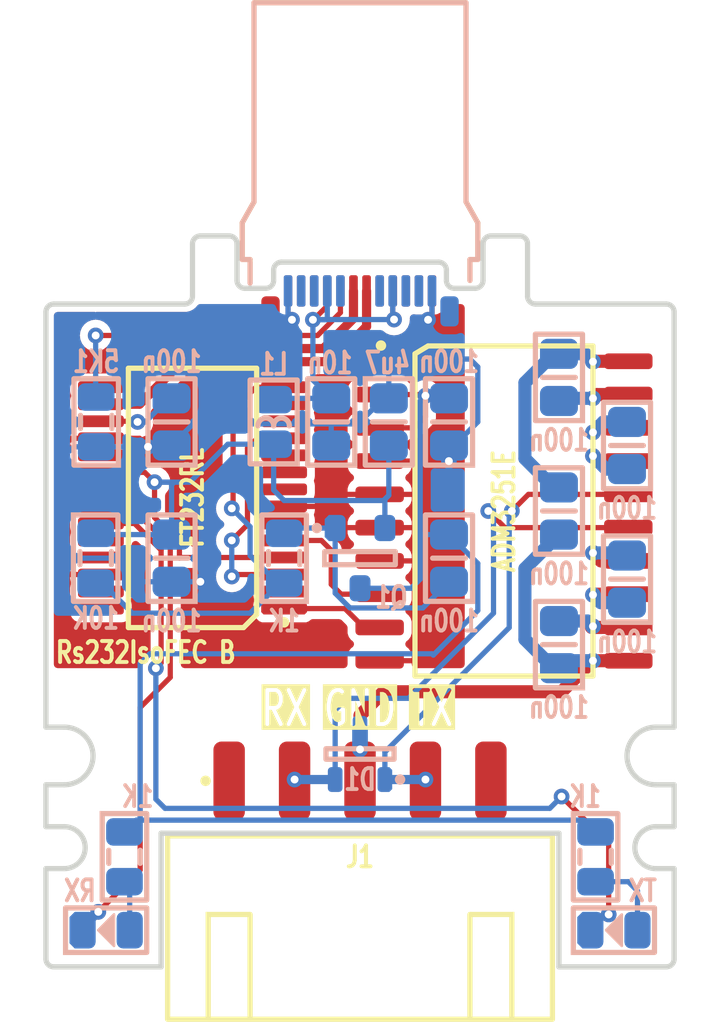
<source format=kicad_pcb>
(kicad_pcb (version 20221018) (generator pcbnew)
  (layers (0 "F.Cu" signal) (31 "B.Cu" jumper) (34 "B.Paste" user) (35 "F.Paste" user) (36 "B.SilkS" user "B.Silkscreen") (37 "F.SilkS" user "F.Silkscreen") (38 "B.Mask" user) (39 "F.Mask" user) (44 "Edge.Cuts" user))
  (net 0 "")
  (net 1 "A_CC")
  (net 2 "TXD")
  (net 3 "5V")
  (net 4 "RXD")
  (net 5 "USB_DP")
  (net 6 "USB_DM")
  (net 7 "GND")
  (net 8 "USB_Vin")
  (net 9 "3V3")
  (net 10 "LED_TXD")
  (net 11 "LED_TXD'")
  (net 12 "LED_RXD'")
  (net 13 "LED_RXD")
  (net 14 "ISO_GND")
  (net 15 "ISO_RXD")
  (net 16 "ISO_TXD")
  (net 17 "ISO_V+")
  (net 18 "ISO_Viso")
  (net 19 "ISO_C1-")
  (net 20 "ISO_C1+")
  (net 21 "ISO_C2+")
  (net 22 "ISO_C2-")
  (net 23 "ISO_V-")
  (net 24 "5V_SW")
  (net 25 "PWREN#'")
  (net 26 "PWREN#")
  (net 27 "RTS_CTS")
  (footprint "Medo64:P USB C 3.2 Edge (24w)" (layer "F.Cu") (at 32 22)
    (fp_text reference "P1" hide)
    (fp_text value "105444-0001" hide)
    (pad "A1" smd roundrect locked (at -2.75 0.1) (size 0.33 1.2) (layers "F.Cu" "F.Paste" "F.Mask") (chamfer_ratio 0.2) (chamfer top_left bottom_left) (net 7 "GND"))
    (pad "A2" smd roundrect locked (at -2.25 0.1) (size 0.33 1.2) (layers "F.Cu" "F.Paste" "F.Mask"))
    (pad "A3" smd roundrect locked (at -1.75 0.1) (size 0.33 1.2) (layers "F.Cu" "F.Paste" "F.Mask"))
    (pad "A4" smd roundrect locked (at -1.25 0.1) (size 0.33 1.2) (layers "F.Cu" "F.Paste" "F.Mask") (net 8 "USB_Vin"))
    (pad "A5" smd roundrect locked (at -0.75 0.1) (size 0.33 1.2) (layers "F.Cu" "F.Paste" "F.Mask") (net 1 "A_CC"))
    (pad "A6" smd roundrect locked (at -0.25 0.1) (size 0.33 1.2) (layers "F.Cu" "F.Paste" "F.Mask") (net 5 "USB_DP"))
    (pad "A7" smd roundrect locked (at 0.25 0.1) (size 0.33 1.2) (layers "F.Cu" "F.Paste" "F.Mask") (net 6 "USB_DM"))
    (pad "A8" smd roundrect locked (at 0.75 0.1) (size 0.33 1.2) (layers "F.Cu" "F.Paste" "F.Mask"))
    (pad "A9" smd roundrect locked (at 1.25 0.1) (size 0.33 1.2) (layers "F.Cu" "F.Paste" "F.Mask") (net 8 "USB_Vin"))
    (pad "A10" smd roundrect locked (at 1.75 0.1) (size 0.33 1.2) (layers "F.Cu" "F.Paste" "F.Mask"))
    (pad "A11" smd roundrect locked (at 2.25 0.1) (size 0.33 1.2) (layers "F.Cu" "F.Paste" "F.Mask"))
    (pad "A12" smd roundrect locked (at 2.75 0.1) (size 0.33 1.2) (layers "F.Cu" "F.Paste" "F.Mask") (net 7 "GND"))
    (pad "B01" smd roundrect locked (at 2.75 0.1) (size 0.33 1.2) (layers "B.Cu" "B.Paste" "B.Mask") (chamfer_ratio 0.2) (chamfer top_right bottom_right) (net 7 "GND"))
    (pad "B02" smd roundrect locked (at 2.25 0.1) (size 0.33 1.2) (layers "B.Cu" "B.Paste" "B.Mask"))
    (pad "B03" smd roundrect locked (at 1.75 0.1) (size 0.33 1.2) (layers "B.Cu" "B.Paste" "B.Mask"))
    (pad "B04" smd roundrect locked (at 1.25 0.1) (size 0.33 1.2) (layers "B.Cu" "B.Paste" "B.Mask") (net 8 "USB_Vin"))
    (pad "B05" smd roundrect locked (at 0.75 0.1) (size 0.33 1.2) (layers "B.Cu" "B.Paste" "B.Mask"))
    (pad "B08" smd roundrect locked (at -0.75 0.1) (size 0.33 1.2) (layers "B.Cu" "B.Paste" "B.Mask"))
    (pad "B09" smd roundrect locked (at -1.25 0.1) (size 0.33 1.2) (layers "B.Cu" "B.Paste" "B.Mask") (net 8 "USB_Vin"))
    (pad "B10" smd roundrect locked (at -1.75 0.1) (size 0.33 1.2) (layers "B.Cu" "B.Paste" "B.Mask"))
    (pad "B11" smd roundrect locked (at -2.25 0.1) (size 0.33 1.2) (layers "B.Cu" "B.Paste" "B.Mask"))
    (pad "B12" smd roundrect locked (at -2.75 0.1) (size 0.33 1.2) (layers "B.Cu" "B.Paste" "B.Mask") (net 7 "GND"))
    (pad "S" smd roundrect locked (at -3.42 0.88) (size 0.7 1.15) (layers "F.Cu" "F.Paste" "F.Mask"))
    (pad "S" smd roundrect locked (at 3.42 0.88) (size 0.7 1.15) (layers "B.Cu" "B.Paste" "B.Mask"))
  )
  (footprint "Medo64:J JST XH Edge [UART] (5w)" (layer "F.Cu") (at 32 40.8)
    (fp_text reference "J1" (at 0 2.9) (layer "F.SilkS") (effects (font (size 0.8 0.6) (thickness 0.15) bold)))
    (fp_text value "B5B-XH-A")
    (pad "1" smd roundrect (at -5 0) (size 1.2 3) (layers "F.Cu" "F.Paste" "F.Mask"))
    (pad "2" smd roundrect (at -2.5 0) (size 1.2 3) (layers "F.Cu" "F.Paste" "F.Mask") (net 15 "ISO_RXD"))
    (pad "3" smd roundrect (at 0 0) (size 1.2 3) (layers "F.Cu" "F.Paste" "F.Mask") (net 14 "ISO_GND"))
    (pad "4" smd roundrect (at 2.5 0) (size 1.2 3) (layers "F.Cu" "F.Paste" "F.Mask") (net 16 "ISO_TXD"))
    (pad "5" smd roundrect (at 5 0) (size 1.2 3) (layers "F.Cu" "F.Paste" "F.Mask"))
  )
  (footprint "Medo64:U Transciever UART FT232RL (SSOP-28)" (layer "F.Cu") (at 25.6 30 180)
    (fp_text reference "U1" hide)
    (fp_text value "FT232RL" (at 0 0 90) (layer "F.SilkS") (effects (font (size 0.8 0.6))))
    (pad "1" smd roundrect (at -3.5 -4.225 180) (size 1.75 0.45) (layers "F.Cu" "F.Paste" "F.Mask") (chamfer_ratio 0.2) (chamfer top_left top_right) (net 2 "TXD"))
    (pad "2" smd roundrect (at -3.5 -3.575 180) (size 1.75 0.45) (layers "F.Cu" "F.Paste" "F.Mask"))
    (pad "3" smd roundrect (at -3.5 -2.925 180) (size 1.75 0.45) (layers "F.Cu" "F.Paste" "F.Mask") (net 27 "RTS_CTS"))
    (pad "4" smd roundrect (at -3.5 -2.275 180) (size 1.75 0.45) (layers "F.Cu" "F.Paste" "F.Mask") (net 3 "5V"))
    (pad "5" smd roundrect (at -3.5 -1.625 180) (size 1.75 0.45) (layers "F.Cu" "F.Paste" "F.Mask") (net 4 "RXD"))
    (pad "6" smd roundrect (at -3.5 -0.975 180) (size 1.75 0.45) (layers "F.Cu" "F.Paste" "F.Mask"))
    (pad "7" smd roundrect (at -3.5 -0.325 180) (size 1.75 0.45) (layers "F.Cu" "F.Paste" "F.Mask") (net 7 "GND"))
    (pad "8" smd roundrect (at -3.5 0.325 180) (size 1.75 0.45) (layers "F.Cu" "F.Paste" "F.Mask"))
    (pad "9" smd roundrect (at -3.5 0.975 180) (size 1.75 0.45) (layers "F.Cu" "F.Paste" "F.Mask"))
    (pad "10" smd roundrect (at -3.5 1.625 180) (size 1.75 0.45) (layers "F.Cu" "F.Paste" "F.Mask"))
    (pad "11" smd roundrect (at -3.5 2.275 180) (size 1.75 0.45) (layers "F.Cu" "F.Paste" "F.Mask") (net 27 "RTS_CTS"))
    (pad "12" smd roundrect (at -3.5 2.925 180) (size 1.75 0.45) (layers "F.Cu" "F.Paste" "F.Mask"))
    (pad "13" smd roundrect (at -3.5 3.575 180) (size 1.75 0.45) (layers "F.Cu" "F.Paste" "F.Mask"))
    (pad "14" smd roundrect (at -3.5 4.225 180) (size 1.75 0.45) (layers "F.Cu" "F.Paste" "F.Mask") (net 26 "PWREN#"))
    (pad "15" smd roundrect (at 3.5 4.225 180) (size 1.75 0.45) (layers "F.Cu" "F.Paste" "F.Mask") (net 5 "USB_DP"))
    (pad "16" smd roundrect (at 3.5 3.575 180) (size 1.75 0.45) (layers "F.Cu" "F.Paste" "F.Mask") (net 6 "USB_DM"))
    (pad "17" smd roundrect (at 3.5 2.925 180) (size 1.75 0.45) (layers "F.Cu" "F.Paste" "F.Mask") (net 9 "3V3"))
    (pad "18" smd roundrect (at 3.5 2.275 180) (size 1.75 0.45) (layers "F.Cu" "F.Paste" "F.Mask") (net 7 "GND"))
    (pad "19" smd roundrect (at 3.5 1.625 180) (size 1.75 0.45) (layers "F.Cu" "F.Paste" "F.Mask"))
    (pad "20" smd roundrect (at 3.5 0.975 180) (size 1.75 0.45) (layers "F.Cu" "F.Paste" "F.Mask") (net 3 "5V"))
    (pad "21" smd roundrect (at 3.5 0.325 180) (size 1.75 0.45) (layers "F.Cu" "F.Paste" "F.Mask") (net 7 "GND"))
    (pad "22" smd roundrect (at 3.5 -0.325 180) (size 1.75 0.45) (layers "F.Cu" "F.Paste" "F.Mask") (net 13 "LED_RXD"))
    (pad "23" smd roundrect (at 3.5 -0.975 180) (size 1.75 0.45) (layers "F.Cu" "F.Paste" "F.Mask") (net 10 "LED_TXD"))
    (pad "24" smd roundrect (at 3.5 -1.625 180) (size 1.75 0.45) (layers "F.Cu" "F.Paste" "F.Mask"))
    (pad "25" smd roundrect (at 3.5 -2.275 180) (size 1.75 0.45) (layers "F.Cu" "F.Paste" "F.Mask") (net 7 "GND"))
    (pad "26" smd roundrect (at 3.5 -2.925 180) (size 1.75 0.45) (layers "F.Cu" "F.Paste" "F.Mask") (net 7 "GND"))
    (pad "27" smd roundrect (at 3.5 -3.575 180) (size 1.75 0.45) (layers "F.Cu" "F.Paste" "F.Mask"))
    (pad "28" smd roundrect (at 3.5 -4.225 180) (size 1.75 0.45) (layers "F.Cu" "F.Paste" "F.Mask"))
  )
  (footprint "Medo64:U Transciever RS232 Isolated ADM3251E (SOIC-20)" (layer "F.Cu") (at 37.5 30.5)
    (fp_text reference "U2" hide)
    (fp_text value "ADM3251E" (at 0 0 90) (layer "F.SilkS") (effects (font (size 0.8 0.6))))
    (pad "1" smd roundrect (at -4.75 -5.715) (size 1.85 0.6) (layers "F.Cu" "F.Paste" "F.Mask") (chamfer_ratio 0.2) (chamfer top_left top_right))
    (pad "2" smd roundrect (at -4.75 -4.445) (size 1.85 0.6) (layers "F.Cu" "F.Paste" "F.Mask") (net 24 "5V_SW"))
    (pad "3" smd roundrect (at -4.75 -3.175) (size 1.85 0.6) (layers "F.Cu" "F.Paste" "F.Mask") (net 24 "5V_SW"))
    (pad "4" smd roundrect (at -4.75 -1.905) (size 1.85 0.6) (layers "F.Cu" "F.Paste" "F.Mask") (net 7 "GND"))
    (pad "5" smd roundrect (at -4.75 -0.635) (size 1.85 0.6) (layers "F.Cu" "F.Paste" "F.Mask") (net 7 "GND"))
    (pad "6" smd roundrect (at -4.75 0.635) (size 1.85 0.6) (layers "F.Cu" "F.Paste" "F.Mask") (net 7 "GND"))
    (pad "7" smd roundrect (at -4.75 1.905) (size 1.85 0.6) (layers "F.Cu" "F.Paste" "F.Mask") (net 7 "GND"))
    (pad "8" smd roundrect (at -4.75 3.175) (size 1.85 0.6) (layers "F.Cu" "F.Paste" "F.Mask") (net 4 "RXD"))
    (pad "9" smd roundrect (at -4.75 4.445) (size 1.85 0.6) (layers "F.Cu" "F.Paste" "F.Mask") (net 2 "TXD"))
    (pad "10" smd roundrect (at -4.75 5.715) (size 1.85 0.6) (layers "F.Cu" "F.Paste" "F.Mask") (net 7 "GND"))
    (pad "11" smd roundrect (at 4.75 5.715) (size 1.85 0.6) (layers "F.Cu" "F.Paste" "F.Mask") (net 14 "ISO_GND"))
    (pad "12" smd roundrect (at 4.75 4.445) (size 1.85 0.6) (layers "F.Cu" "F.Paste" "F.Mask") (net 23 "ISO_V-"))
    (pad "13" smd roundrect (at 4.75 3.175) (size 1.85 0.6) (layers "F.Cu" "F.Paste" "F.Mask") (net 22 "ISO_C2-"))
    (pad "14" smd roundrect (at 4.75 1.905) (size 1.85 0.6) (layers "F.Cu" "F.Paste" "F.Mask") (net 21 "ISO_C2+"))
    (pad "15" smd roundrect (at 4.75 0.635) (size 1.85 0.6) (layers "F.Cu" "F.Paste" "F.Mask") (net 15 "ISO_RXD"))
    (pad "16" smd roundrect (at 4.75 -0.635) (size 1.85 0.6) (layers "F.Cu" "F.Paste" "F.Mask") (net 16 "ISO_TXD"))
    (pad "17" smd roundrect (at 4.75 -1.905) (size 1.85 0.6) (layers "F.Cu" "F.Paste" "F.Mask") (net 19 "ISO_C1-"))
    (pad "18" smd roundrect (at 4.75 -3.175) (size 1.85 0.6) (layers "F.Cu" "F.Paste" "F.Mask") (net 20 "ISO_C1+"))
    (pad "19" smd roundrect (at 4.75 -4.445) (size 1.85 0.6) (layers "F.Cu" "F.Paste" "F.Mask") (net 17 "ISO_V+"))
    (pad "20" smd roundrect (at 4.75 -5.715) (size 1.85 0.6) (layers "F.Cu" "F.Paste" "F.Mask") (net 18 "ISO_Viso"))
  )
  (footprint "Medo64:R (0805)" (layer "B.Cu") (at 21.9 32.3 -90)
    (fp_text reference "R5" hide)
    (fp_text value "10K" (at 2.3 0) (layer "B.SilkS") (effects (font (size 0.8 0.6)) (justify mirror)))
    (pad "1" smd roundrect (at -0.95 0 270) (size 1.05 1.4) (layers "B.Cu" "B.Paste" "B.Mask") (net 3 "5V"))
    (pad "2" smd roundrect (at 0.95 0 270) (size 1.05 1.4) (layers "B.Cu" "B.Paste" "B.Mask") (net 26 "PWREN#"))
  )
  (footprint "Medo64:R (0805)" (layer "B.Cu") (at 41 43.7 -90)
    (fp_text reference "R2" hide)
    (fp_text value "1K" (at -2.3 0.4 -180) (layer "B.SilkS") (effects (font (size 0.8 0.6)) (justify mirror)))
    (pad "1" smd roundrect (at -0.95 0 270) (size 1.05 1.4) (layers "B.Cu" "B.Paste" "B.Mask") (net 24 "5V_SW"))
    (pad "2" smd roundrect (at 0.95 0 270) (size 1.05 1.4) (layers "B.Cu" "B.Paste" "B.Mask") (net 11 "LED_TXD'"))
  )
  (footprint "Medo64:C (0805)" (layer "B.Cu") (at 39.6 25.4 90)
    (fp_text reference "C5" hide)
    (fp_text value "100n" (at -2.4 0) (layer "B.SilkS") (effects (font (size 0.8 0.6) (thickness 0.15) bold) (justify mirror)))
    (pad "1" smd roundrect (at -0.9 0 90) (size 1.15 1.45) (layers "B.Cu" "B.Paste" "B.Mask") (net 17 "ISO_V+"))
    (pad "2" smd roundrect (at 0.9 0 90) (size 1.15 1.45) (layers "B.Cu" "B.Paste" "B.Mask") (net 18 "ISO_Viso"))
  )
  (footprint "Medo64:L (0805)" (layer "B.Cu") (at 28.7 27.1 90)
    (fp_text reference "L1" (at 2.2 0) (layer "B.SilkS") (effects (font (size 0.8 0.6)) (justify mirror)))
    (fp_text value "600R" hide)
    (pad "1" smd roundrect (at -0.85 0 90) (size 1.05 1.4) (layers "B.Cu" "B.Paste" "B.Mask") (net 3 "5V"))
    (pad "2" smd roundrect (at 0.85 0 90) (size 1.05 1.4) (layers "B.Cu" "B.Paste" "B.Mask") (net 8 "USB_Vin"))
  )
  (footprint "Medo64:C (0805)" (layer "B.Cu") (at 42.2 33.1 90)
    (fp_text reference "C8" hide)
    (fp_text value "100n" (at -2.4 0) (layer "B.SilkS") (effects (font (size 0.8 0.6) (thickness 0.15) bold) (justify mirror)))
    (pad "1" smd roundrect (at -0.9 0 90) (size 1.15 1.45) (layers "B.Cu" "B.Paste" "B.Mask") (net 22 "ISO_C2-"))
    (pad "2" smd roundrect (at 0.9 0 90) (size 1.15 1.45) (layers "B.Cu" "B.Paste" "B.Mask") (net 21 "ISO_C2+"))
  )
  (footprint "Medo64:D TVS SM05T1G (SOT23-3)" (layer "B.Cu") (at 32 39.775 180)
    (fp_text reference "D1" (at 0 -0.975) (layer "B.SilkS") (effects (font (size 0.8 0.6)) (justify mirror)))
    (fp_text value "PESD12VL2BT" hide)
    (pad "1" smd roundrect (at -0.95 -0.975 180) (size 0.56 0.95) (layers "B.Cu" "B.Paste" "B.Mask") (chamfer_ratio 0.2) (chamfer top_left bottom_left) (net 16 "ISO_TXD"))
    (pad "2" smd roundrect (at 0.95 -0.975 180) (size 0.56 0.95) (layers "B.Cu" "B.Paste" "B.Mask") (net 15 "ISO_RXD"))
    (pad "3" smd roundrect (at 0 0.975 180) (size 0.56 0.95) (layers "B.Cu" "B.Paste" "B.Mask") (net 14 "ISO_GND"))
  )
  (footprint "Medo64:C (0805)" (layer "B.Cu") (at 30.9 27.1 90)
    (fp_text reference "C1" hide)
    (fp_text value "10n" (at 2.25 -0.05) (layer "B.SilkS") (effects (font (size 0.8 0.6) (thickness 0.15) bold) (justify mirror)))
    (pad "1" smd roundrect (at -0.9 0 90) (size 1.15 1.45) (layers "B.Cu" "B.Paste" "B.Mask") (net 7 "GND"))
    (pad "2" smd roundrect (at 0.9 0 90) (size 1.15 1.45) (layers "B.Cu" "B.Paste" "B.Mask") (net 8 "USB_Vin"))
  )
  (footprint "Medo64:DS (0805)" (layer "B.Cu") (at 41.7 46.5)
    (fp_text reference "DS2" hide)
    (fp_text value "TX" (at 1.1 -1.5) (layer "B.SilkS") (effects (font (size 0.8 0.6) (thickness 0.15) bold) (justify mirror)))
    (pad "1" smd roundrect (at -0.9 0) (size 1 1.4) (layers "B.Cu" "B.Paste" "B.Mask") (chamfer_ratio 0.2) (chamfer top_left bottom_left) (net 10 "LED_TXD"))
    (pad "2" smd roundrect (at 0.9 0) (size 1 1.4) (layers "B.Cu" "B.Paste" "B.Mask") (net 11 "LED_TXD'"))
  )
  (footprint "Medo64:R (0805)" (layer "B.Cu") (at 29.1 32.3 90)
    (fp_text reference "R3" hide)
    (fp_text value "1K" (at -2.4 0) (layer "B.SilkS") (effects (font (size 0.8 0.6)) (justify mirror)))
    (pad "1" smd roundrect (at -0.95 0 90) (size 1.05 1.4) (layers "B.Cu" "B.Paste" "B.Mask") (net 26 "PWREN#"))
    (pad "2" smd roundrect (at 0.95 0 90) (size 1.05 1.4) (layers "B.Cu" "B.Paste" "B.Mask") (net 25 "PWREN#'"))
  )
  (footprint "Medo64:C (0805)" (layer "B.Cu") (at 24.8 27.1 90)
    (fp_text reference "C3" hide)
    (fp_text value "100n" (at 2.3 0) (layer "B.SilkS") (effects (font (size 0.8 0.6) (thickness 0.15) bold) (justify mirror)))
    (pad "1" smd roundrect (at -0.9 0 90) (size 1.15 1.45) (layers "B.Cu" "B.Paste" "B.Mask") (net 7 "GND"))
    (pad "2" smd roundrect (at 0.9 0 90) (size 1.15 1.45) (layers "B.Cu" "B.Paste" "B.Mask") (net 9 "3V3"))
  )
  (footprint "Medo64:C (0805)" (layer "B.Cu") (at 35.4 27.1 90)
    (fp_text reference "C4" hide)
    (fp_text value "100n" (at 2.3 0) (layer "B.SilkS") (effects (font (size 0.8 0.6) (thickness 0.15) bold) (justify mirror)))
    (pad "1" smd roundrect (at -0.9 0 90) (size 1.15 1.45) (layers "B.Cu" "B.Paste" "B.Mask") (net 7 "GND"))
    (pad "2" smd roundrect (at 0.9 0 90) (size 1.15 1.45) (layers "B.Cu" "B.Paste" "B.Mask") (net 24 "5V_SW"))
  )
  (footprint "Medo64:C (0805)" (layer "B.Cu") (at 24.8 32.3 90)
    (fp_text reference "C2" hide)
    (fp_text value "100n" (at -2.4 0 180) (layer "B.SilkS") (effects (font (size 0.8 0.6) (thickness 0.15) bold) (justify mirror)))
    (pad "1" smd roundrect (at -0.9 0 90) (size 1.15 1.45) (layers "B.Cu" "B.Paste" "B.Mask") (net 7 "GND"))
    (pad "2" smd roundrect (at 0.9 0 90) (size 1.15 1.45) (layers "B.Cu" "B.Paste" "B.Mask") (net 3 "5V"))
  )
  (footprint "Medo64:R (0805)" (layer "B.Cu") (at 21.92 27.1 90)
    (fp_text reference "R4" hide)
    (fp_text value "5K1" (at 2.3 0) (layer "B.SilkS") (effects (font (size 0.8 0.6)) (justify mirror)))
    (pad "1" smd roundrect (at -0.95 0 90) (size 1.05 1.4) (layers "B.Cu" "B.Paste" "B.Mask") (net 7 "GND"))
    (pad "2" smd roundrect (at 0.95 0 90) (size 1.05 1.4) (layers "B.Cu" "B.Paste" "B.Mask") (net 1 "A_CC"))
  )
  (footprint "Medo64:C (0805)" (layer "B.Cu") (at 39.6 30.5 90)
    (fp_text reference "C7" hide)
    (fp_text value "100n" (at -2.4 0) (layer "B.SilkS") (effects (font (size 0.8 0.6) (thickness 0.15) bold) (justify mirror)))
    (pad "1" smd roundrect (at -0.9 0 90) (size 1.15 1.45) (layers "B.Cu" "B.Paste" "B.Mask") (net 14 "ISO_GND"))
    (pad "2" smd roundrect (at 0.9 0 90) (size 1.15 1.45) (layers "B.Cu" "B.Paste" "B.Mask") (net 18 "ISO_Viso"))
  )
  (footprint "Medo64:C (0805)" (layer "B.Cu") (at 42.2 28 90)
    (fp_text reference "C6" hide)
    (fp_text value "100n" (at -2.4 0) (layer "B.SilkS") (effects (font (size 0.8 0.6) (thickness 0.15) bold) (justify mirror)))
    (pad "1" smd roundrect (at -0.9 0 90) (size 1.15 1.45) (layers "B.Cu" "B.Paste" "B.Mask") (net 19 "ISO_C1-"))
    (pad "2" smd roundrect (at 0.9 0 90) (size 1.15 1.45) (layers "B.Cu" "B.Paste" "B.Mask") (net 20 "ISO_C1+"))
  )
  (footprint "Medo64:Q MOSFET-P (SOT23-3)" (layer "B.Cu") (at 32 32.3)
    (fp_text reference "Q1" (at 1.2 1.5) (layer "B.SilkS") (effects (font (size 0.8 0.6)) (justify mirror)))
    (fp_text value "DMP3099L-13" hide)
    (pad "1" smd roundrect (at -0.95 -1.15) (size 0.8 1) (layers "B.Cu" "B.Paste" "B.Mask") (chamfer_ratio 0.2) (chamfer top_left bottom_left) (net 25 "PWREN#'"))
    (pad "2" smd roundrect (at 0.95 -1.15) (size 0.8 1) (layers "B.Cu" "B.Paste" "B.Mask") (net 3 "5V"))
    (pad "3" smd roundrect (at 0 1.15) (size 0.8 1) (layers "B.Cu" "B.Paste" "B.Mask") (net 24 "5V_SW"))
  )
  (footprint "Medo64:DS (0805)" (layer "B.Cu") (at 22.3 46.5)
    (fp_text reference "DS1" hide)
    (fp_text value "RX" (at -1 -1.5) (layer "B.SilkS") (effects (font (size 0.8 0.6) (thickness 0.15) bold) (justify mirror)))
    (pad "1" smd roundrect (at -0.9 0) (size 1 1.4) (layers "B.Cu" "B.Paste" "B.Mask") (chamfer_ratio 0.2) (chamfer top_left bottom_left) (net 13 "LED_RXD"))
    (pad "2" smd roundrect (at 0.9 0) (size 1 1.4) (layers "B.Cu" "B.Paste" "B.Mask") (net 12 "LED_RXD'"))
  )
  (footprint "Medo64:R (0805)" (layer "B.Cu") (at 23 43.7 -90)
    (fp_text reference "R1" hide)
    (fp_text value "1K" (at -2.3 -0.5 -180) (layer "B.SilkS") (effects (font (size 0.8 0.6)) (justify mirror)))
    (pad "1" smd roundrect (at -0.95 0 270) (size 1.05 1.4) (layers "B.Cu" "B.Paste" "B.Mask") (net 24 "5V_SW"))
    (pad "2" smd roundrect (at 0.95 0 270) (size 1.05 1.4) (layers "B.Cu" "B.Paste" "B.Mask") (net 12 "LED_RXD'"))
  )
  (footprint "Medo64:C (0805)" (layer "B.Cu") (at 33.1 27.1 -90)
    (fp_text reference "C11" hide)
    (fp_text value "4u7" (at -2.25 0.05) (layer "B.SilkS") (effects (font (size 0.8 0.6) (thickness 0.15) bold) (justify mirror)))
    (pad "1" smd roundrect (at -0.9 0 270) (size 1.15 1.45) (layers "B.Cu" "B.Paste" "B.Mask") (net 7 "GND"))
    (pad "2" smd roundrect (at 0.9 0 270) (size 1.15 1.45) (layers "B.Cu" "B.Paste" "B.Mask") (net 3 "5V"))
  )
  (footprint "Medo64:C (0805)" (layer "B.Cu") (at 35.4 32.3 90)
    (fp_text reference "C10" hide)
    (fp_text value "100n" (at -2.4 0) (layer "B.SilkS") (effects (font (size 0.8 0.6) (thickness 0.15) bold) (justify mirror)))
    (pad "1" smd roundrect (at -0.9 0 90) (size 1.15 1.45) (layers "B.Cu" "B.Paste" "B.Mask") (net 25 "PWREN#'"))
    (pad "2" smd roundrect (at 0.9 0 90) (size 1.15 1.45) (layers "B.Cu" "B.Paste" "B.Mask") (net 24 "5V_SW"))
  )
  (footprint "Medo64:C (0805)" (layer "B.Cu") (at 39.6 35.6 90)
    (fp_text reference "C9" hide)
    (fp_text value "100n" (at -2.4 0) (layer "B.SilkS") (effects (font (size 0.8 0.6) (thickness 0.15) bold) (justify mirror)))
    (pad "1" smd roundrect (at -0.9 0 90) (size 1.15 1.45) (layers "B.Cu" "B.Paste" "B.Mask") (net 14 "ISO_GND"))
    (pad "2" smd roundrect (at 0.9 0 90) (size 1.15 1.45) (layers "B.Cu" "B.Paste" "B.Mask") (net 23 "ISO_V-"))
  )
  (gr_line locked (start 38.4 20.3) (end 38.4 22.3) (stroke (width 0.2)) (layer "Edge.Cuts"))
  (gr_arc locked (start 25.6 22.3) (mid 25.512132 22.512132) (end 25.3 22.6) (stroke (width 0.2)) (layer "Edge.Cuts"))
  (gr_arc locked (start 43.3 40.95) (mid 42.2 39.85) (end 43.3 38.75) (stroke (width 0.2)) (layer "Edge.Cuts"))
  (gr_line locked (start 39.6 47.9) (end 43.7 47.9) (stroke (width 0.2)) (layer "Edge.Cuts"))
  (gr_line locked (start 20.7 40.95) (end 20 40.95) (stroke (width 0.2)) (layer "Edge.Cuts"))
  (gr_line locked (start 43.3 40.95) (end 44 40.95) (stroke (width 0.2)) (layer "Edge.Cuts"))
  (gr_line locked (start 44 44.15) (end 43.3 44.15) (stroke (width 0.2)) (layer "Edge.Cuts"))
  (gr_arc locked (start 35 21) (mid 35.212132 21.087868) (end 35.3 21.3) (stroke (width 0.2)) (layer "Edge.Cuts"))
  (gr_arc locked (start 28.7 21.3) (mid 28.787868 21.087868) (end 29 21) (stroke (width 0.2)) (layer "Edge.Cuts"))
  (gr_line locked (start 38.1 20) (end 37 20) (stroke (width 0.2)) (layer "Edge.Cuts"))
  (gr_arc locked (start 28.7 21.7) (mid 28.612132 21.912132) (end 28.4 22) (stroke (width 0.2)) (layer "Edge.Cuts"))
  (gr_arc locked (start 27 20) (mid 27.212132 20.087868) (end 27.3 20.3) (stroke (width 0.2)) (layer "Edge.Cuts"))
  (gr_arc locked (start 43.7 22.6) (mid 43.912132 22.687868) (end 44 22.9) (stroke (width 0.2)) (layer "Edge.Cuts"))
  (gr_line locked (start 20 44.15) (end 20 47.6) (stroke (width 0.2)) (layer "Edge.Cuts"))
  (gr_line locked (start 20 38.75) (end 20.7 38.75) (stroke (width 0.2)) (layer "Edge.Cuts"))
  (gr_line locked (start 44 42.55) (end 43.3 42.55) (stroke (width 0.2)) (layer "Edge.Cuts"))
  (gr_arc locked (start 38.7 22.6) (mid 38.487868 22.512132) (end 38.4 22.3) (stroke (width 0.2)) (layer "Edge.Cuts"))
  (gr_line locked (start 44 42.55) (end 44 40.95) (stroke (width 0.2)) (layer "Edge.Cuts"))
  (gr_line locked (start 28.4 22) (end 27.6 22) (stroke (width 0.2)) (layer "Edge.Cuts"))
  (gr_line locked (start 43.7 22.6) (end 38.7 22.6) (stroke (width 0.2)) (layer "Edge.Cuts"))
  (gr_line locked (start 20.3 22.6) (end 25.3 22.6) (stroke (width 0.2)) (layer "Edge.Cuts"))
  (gr_arc locked (start 38.1 20) (mid 38.312132 20.087868) (end 38.4 20.3) (stroke (width 0.2)) (layer "Edge.Cuts"))
  (gr_arc locked (start 35.6 22) (mid 35.387868 21.912132) (end 35.3 21.7) (stroke (width 0.2)) (layer "Edge.Cuts"))
  (gr_line locked (start 35.3 21.7) (end 35.3 21.3) (stroke (width 0.2)) (layer "Edge.Cuts"))
  (gr_line locked (start 27.3 20.3) (end 27.3 21.7) (stroke (width 0.2)) (layer "Edge.Cuts"))
  (gr_arc locked (start 20 22.9) (mid 20.087868 22.687868) (end 20.3 22.6) (stroke (width 0.2)) (layer "Edge.Cuts"))
  (gr_arc locked (start 36.7 20.3) (mid 36.787868 20.087868) (end 37 20) (stroke (width 0.2)) (layer "Edge.Cuts"))
  (gr_arc locked (start 20.7 42.55) (mid 21.5 43.35) (end 20.7 44.15) (stroke (width 0.2)) (layer "Edge.Cuts"))
  (gr_arc locked (start 27.6 22) (mid 27.387868 21.912132) (end 27.3 21.7) (stroke (width 0.2)) (layer "Edge.Cuts"))
  (gr_line locked (start 36.7 20.3) (end 36.7 21.7) (stroke (width 0.2)) (layer "Edge.Cuts"))
  (gr_arc locked (start 44 47.6) (mid 43.912132 47.812132) (end 43.7 47.9) (stroke (width 0.2)) (layer "Edge.Cuts"))
  (gr_line locked (start 36.4 22) (end 35.6 22) (stroke (width 0.2)) (layer "Edge.Cuts"))
  (gr_line locked (start 44 22.9) (end 44 38.75) (stroke (width 0.2)) (layer "Edge.Cuts"))
  (gr_line locked (start 43.3 38.75) (end 44 38.75) (stroke (width 0.2)) (layer "Edge.Cuts"))
  (gr_line locked (start 28.7 21.7) (end 28.7 21.3) (stroke (width 0.2)) (layer "Edge.Cuts"))
  (gr_arc locked (start 20.7 38.75) (mid 21.8 39.85) (end 20.7 40.95) (stroke (width 0.2)) (layer "Edge.Cuts"))
  (gr_arc locked (start 43.3 44.15) (mid 42.5 43.35) (end 43.3 42.55) (stroke (width 0.2)) (layer "Edge.Cuts"))
  (gr_line locked (start 25.9 20) (end 27 20) (stroke (width 0.2)) (layer "Edge.Cuts"))
  (gr_line locked (start 25.6 20.3) (end 25.6 22.3) (stroke (width 0.2)) (layer "Edge.Cuts"))
  (gr_line locked (start 44 44.15) (end 44 47.6) (stroke (width 0.2)) (layer "Edge.Cuts"))
  (gr_line locked (start 20 22.9) (end 20 38.75) (stroke (width 0.2)) (layer "Edge.Cuts"))
  (gr_line locked (start 20.7 44.15) (end 20 44.15) (stroke (width 0.2)) (layer "Edge.Cuts"))
  (gr_line locked (start 39.6 42.8) (end 24.4 42.8) (stroke (width 0.2)) (layer "Edge.Cuts"))
  (gr_arc locked (start 25.6 20.3) (mid 25.687868 20.087868) (end 25.9 20) (stroke (width 0.2)) (layer "Edge.Cuts"))
  (gr_arc locked (start 36.7 21.7) (mid 36.612132 21.912132) (end 36.4 22) (stroke (width 0.2)) (layer "Edge.Cuts"))
  (gr_line locked (start 29 21) (end 35 21) (stroke (width 0.2)) (layer "Edge.Cuts"))
  (gr_line locked (start 24.4 47.9) (end 24.4 42.8) (stroke (width 0.2)) (layer "Edge.Cuts"))
  (gr_line locked (start 20.7 42.55) (end 20 42.55) (stroke (width 0.2)) (layer "Edge.Cuts"))
  (gr_line locked (start 20 42.55) (end 20 40.95) (stroke (width 0.2)) (layer "Edge.Cuts"))
  (gr_line locked (start 20.3 47.9) (end 24.4 47.9) (stroke (width 0.2)) (layer "Edge.Cuts"))
  (gr_line locked (start 39.6 47.9) (end 39.6 42.8) (stroke (width 0.2)) (layer "Edge.Cuts"))
  (gr_arc locked (start 20.3 47.9) (mid 20.087868 47.812132) (end 20 47.6) (stroke (width 0.2)) (layer "Edge.Cuts"))
  (gr_text "RX" (at 30.1 38.8) (layer "F.SilkS" knockout) (effects (font (size 1.3 0.9) (thickness 0.15) bold) (justify right bottom)))
  (gr_text "GND" (at 32 38.8) (layer "F.SilkS" knockout) (effects (font (size 1.3 0.9) (thickness 0.15) bold) (justify bottom)))
  (gr_text "TX" (at 33.9 38.8) (layer "F.SilkS" knockout) (effects (font (size 1.3 0.9) (thickness 0.15) bold) (justify left bottom)))
  (gr_text "Rs232IsoFEC B" (at 20.3 35.9) (layer "F.SilkS") (effects (font (size 0.8 0.6) (thickness 0.15) bold) (justify left)))
  (segment (start 31.25 22.927808) (end 30.377808 23.8) (width 0.2) (layer "F.Cu") (net 1))
  (segment (start 31.25 22.1) (end 31.25 22.927808) (width 0.2) (layer "F.Cu") (net 1))
  (segment (start 30.377808 23.8) (end 21.9 23.8) (width 0.2) (layer "F.Cu") (net 1))
  (via (at 21.9 23.8) (size 0.6) (drill 0.3) (layers "F.Cu" "B.Cu") (net 1))
  (segment (start 21.9 23.8) (end 21.9 26.13) (width 0.2) (layer "B.Cu") (net 1))
  (segment (start 31.425 34.225) (end 32.145 34.945) (width 0.2) (layer "F.Cu") (net 2))
  (segment (start 29.1 34.225) (end 31.425 34.225) (width 0.2) (layer "F.Cu") (net 2))
  (segment (start 25.125 32.275) (end 25.1 32.3) (width 0.2) (layer "F.Cu") (net 3))
  (segment (start 24.15 29.4) (end 24.15 30.75) (width 0.2) (layer "F.Cu") (net 3))
  (segment (start 23.775 29.025) (end 24.15 29.4) (width 0.2) (layer "F.Cu") (net 3))
  (segment (start 25.1 31.7) (end 25.1 32.3) (width 0.2) (layer "F.Cu") (net 3))
  (segment (start 29.1 32.275) (end 25.125 32.275) (width 0.2) (layer "F.Cu") (net 3))
  (segment (start 24.15 30.75) (end 25.1 31.7) (width 0.2) (layer "F.Cu") (net 3))
  (segment (start 22.1 29.025) (end 23.775 29.025) (width 0.2) (layer "F.Cu") (net 3))
  (via (at 24.15 29.4) (size 0.6) (drill 0.3) (layers "F.Cu" "B.Cu") (net 3))
  (segment (start 24.9 29.4) (end 24.8 29.5) (width 0.2) (layer "B.Cu") (net 3))
  (segment (start 28.7 29.7) (end 28.7 29.1) (width 0.2) (layer "B.Cu") (net 3))
  (segment (start 33.1 29.9) (end 32.9 30.1) (width 0.2) (layer "B.Cu") (net 3))
  (segment (start 32.95 30.05) (end 33.1 29.9) (width 0.2) (layer "B.Cu") (net 3))
  (segment (start 24.8 31.4) (end 21.95 31.4) (width 0.2) (layer "B.Cu") (net 3))
  (segment (start 29.1 30.1) (end 28.7 29.7) (width 0.2) (layer "B.Cu") (net 3))
  (segment (start 32.9 30.1) (end 29.1 30.1) (width 0.2) (layer "B.Cu") (net 3))
  (segment (start 28.7 27.95) (end 26.95 27.95) (width 0.2) (layer "B.Cu") (net 3))
  (segment (start 24.15 29.4) (end 24.9 29.4) (width 0.2) (layer "B.Cu") (net 3))
  (segment (start 25.5 29.4) (end 24.15 29.4) (width 0.2) (layer "B.Cu") (net 3))
  (segment (start 24.8 29.5) (end 24.8 31.4) (width 0.2) (layer "B.Cu") (net 3))
  (segment (start 32.95 31.15) (end 32.95 30.05) (width 0.2) (layer "B.Cu") (net 3))
  (segment (start 33.1 28) (end 33.1 29.9) (width 0.2) (layer "B.Cu") (net 3))
  (segment (start 26.95 27.95) (end 25.5 29.4) (width 0.2) (layer "B.Cu") (net 3))
  (segment (start 28.7 29.1) (end 28.7 27.95) (width 0.2) (layer "B.Cu") (net 3))
  (segment (start 30.9 33.3) (end 30.9 32) (width 0.2) (layer "F.Cu") (net 4))
  (segment (start 30.9 32) (end 30.525 31.625) (width 0.2) (layer "F.Cu") (net 4))
  (segment (start 31.275 33.675) (end 30.9 33.3) (width 0.2) (layer "F.Cu") (net 4))
  (segment (start 32.75 33.675) (end 31.275 33.675) (width 0.2) (layer "F.Cu") (net 4))
  (segment (start 30.525 31.625) (end 29.1 31.625) (width 0.2) (layer "F.Cu") (net 4))
  (segment (start 22.1 25.775) (end 23.517894 25.775) (width 0.35) (layer "F.Cu") (net 5))
  (segment (start 31.75 23.15) (end 31.75 22.1) (width 0.35) (layer "F.Cu") (net 5))
  (segment (start 24.992893 24.3) (end 30.6 24.3) (width 0.35) (layer "F.Cu") (net 5))
  (segment (start 30.6 24.3) (end 31.75 23.15) (width 0.35) (layer "F.Cu") (net 5))
  (segment (start 23.517894 25.775) (end 24.992893 24.3) (width 0.35) (layer "F.Cu") (net 5))
  (segment (start 30.907107 24.8) (end 25.2 24.8) (width 0.35) (layer "F.Cu") (net 6))
  (segment (start 32.25 22.1) (end 32.25 23.457107) (width 0.35) (layer "F.Cu") (net 6))
  (segment (start 25.2 24.8) (end 23.575 26.425) (width 0.35) (layer "F.Cu") (net 6))
  (segment (start 32.25 23.457107) (end 30.907107 24.8) (width 0.35) (layer "F.Cu") (net 6))
  (segment (start 23.575 26.425) (end 22.1 26.425) (width 0.35) (layer "F.Cu") (net 6))
  (segment (start 30.675 30.025) (end 30.835 29.865) (width 0.2) (layer "F.Cu") (net 7))
  (segment (start 34.75 22.1) (end 34.75 23.05) (width 0.2) (layer "F.Cu") (net 7))
  (segment (start 30.675 30.325) (end 30.675 30.025) (width 0.2) (layer "F.Cu") (net 7))
  (segment (start 32.75 36.215) (end 34.985 36.215) (width 0.2) (layer "F.Cu") (net 7))
  (segment (start 23.575 27.725) (end 23.9 28.05) (width 0.2) (layer "F.Cu") (net 7))
  (segment (start 32.75 31.135) (end 30.935 31.135) (width 0.2) (layer "F.Cu") (net 7))
  (segment (start 20.8 29.7) (end 20.825 29.675) (width 0.2) (layer "F.Cu") (net 7))
  (segment (start 35.395 32.405) (end 35.395 31.135) (width 0.2) (layer "F.Cu") (net 7))
  (segment (start 22.1 27.725) (end 23.575 27.725) (width 0.2) (layer "F.Cu") (net 7))
  (segment (start 35.395 29.865) (end 35.395 28.595) (width 0.2) (layer "F.Cu") (net 7))
  (segment (start 34.75 22.95697) (end 34.75 22.1) (width 0.2) (layer "F.Cu") (net 7))
  (segment (start 22.1 32.275) (end 20.8 32.275) (width 0.2) (layer "F.Cu") (net 7))
  (segment (start 20.8 27.9) (end 20.975 27.725) (width 0.2) (layer "F.Cu") (net 7))
  (segment (start 29.1 30.325) (end 30.675 30.325) (width 0.2) (layer "F.Cu") (net 7))
  (segment (start 30.835 29.865) (end 32.75 29.865) (width 0.2) (layer "F.Cu") (net 7))
  (segment (start 22.1 32.925) (end 20.925 32.925) (width 0.2) (layer "F.Cu") (net 7))
  (segment (start 32.75 28.595) (end 35.395 28.595) (width 0.2) (layer "F.Cu") (net 7))
  (segment (start 29.25 23.05) (end 29.4 23.2) (width 0.2) (layer "F.Cu") (net 7))
  (segment (start 20.975 27.725) (end 22.1 27.725) (width 0.2) (layer "F.Cu") (net 7))
  (segment (start 30.675 30.875) (end 30.675 30.325) (width 0.2) (layer "F.Cu") (net 7))
  (segment (start 30.935 31.135) (end 30.675 30.875) (width 0.2) (layer "F.Cu") (net 7))
  (segment (start 34.985 36.215) (end 35.395 35.805) (width 0.2) (layer "F.Cu") (net 7))
  (segment (start 20.825 29.675) (end 22.1 29.675) (width 0.2) (layer "F.Cu") (net 7))
  (segment (start 20.8 29.7) (end 20.8 27.9) (width 0.2) (layer "F.Cu") (net 7))
  (segment (start 35.4 28.6) (end 35.395 28.595) (width 0.2) (layer "F.Cu") (net 7))
  (segment (start 34.75 23.05) (end 34.6 23.2) (width 0.2) (layer "F.Cu") (net 7))
  (segment (start 29.25 22.1) (end 29.25 23.05) (width 0.2) (layer "F.Cu") (net 7))
  (segment (start 34.50697 23.2) (end 34.75 22.95697) (width 0.2) (layer "F.Cu") (net 7))
  (segment (start 32.75 29.865) (end 35.395 29.865) (width 0.2) (layer "F.Cu") (net 7))
  (segment (start 32.75 31.135) (end 35.395 31.135) (width 0.2) (layer "F.Cu") (net 7))
  (segment (start 20.8 32.275) (end 20.8 29.7) (width 0.2) (layer "F.Cu") (net 7))
  (segment (start 35.395 35.805) (end 35.395 32.405) (width 0.2) (layer "F.Cu") (net 7))
  (segment (start 32.75 32.405) (end 35.395 32.405) (width 0.2) (layer "F.Cu") (net 7))
  (segment (start 35.395 31.135) (end 35.395 29.865) (width 0.2) (layer "F.Cu") (net 7))
  (segment (start 20.8 32.8) (end 20.8 32.275) (width 0.2) (layer "F.Cu") (net 7))
  (segment (start 20.925 32.925) (end 20.8 32.8) (width 0.2) (layer "F.Cu") (net 7))
  (via (at 35.395 28.595) (size 0.6) (drill 0.3) (layers "F.Cu" "B.Cu") (net 7))
  (via (at 23.9 28.05) (size 0.6) (drill 0.3) (layers "F.Cu" "B.Cu") (net 7))
  (via (at 29.4 23.2) (size 0.6) (drill 0.3) (layers "F.Cu" "B.Cu") (net 7))
  (via (at 34.6 23.2) (size 0.6) (drill 0.3) (layers "F.Cu" "B.Cu") (net 7))
  (via (at 25.9 33.2) (size 0.6) (drill 0.3) (layers "F.Cu" "B.Cu") (net 7))
  (segment (start 21.05 28.05) (end 21.92 28.05) (width 0.2) (layer "B.Cu") (net 7))
  (segment (start 29.4 23.2) (end 27.3 25.3) (width 0.2) (layer "B.Cu") (net 7))
  (segment (start 33.1 25) (end 33.1 26.2) (width 0.2) (layer "B.Cu") (net 7))
  (segment (start 35.6 28) (end 36.5 27.1) (width 0.2) (layer "B.Cu") (net 7))
  (segment (start 20.8 28.3) (end 21.05 28.05) (width 0.2) (layer "B.Cu") (net 7))
  (segment (start 30.9 27.175) (end 31.925 27.175) (width 0.2) (layer "B.Cu") (net 7))
  (segment (start 24.4 28.3) (end 24.15 28.05) (width 0.2) (layer "B.Cu") (net 7))
  (segment (start 24.8 33.2) (end 23.7 33.2) (width 0.2) (layer "B.Cu") (net 7))
  (segment (start 34.75 22.1) (end 34.75 23.05) (width 0.2) (layer "B.Cu") (net 7))
  (segment (start 20.8 32.1) (end 20.8 28.3) (width 0.2) (layer "B.Cu") (net 7))
  (segment (start 22.8 32.3) (end 21 32.3) (width 0.2) (layer "B.Cu") (net 7))
  (segment (start 33.4 24.7) (end 33.1 25) (width 0.2) (layer "B.Cu") (net 7))
  (segment (start 21 32.3) (end 20.8 32.1) (width 0.2) (layer "B.Cu") (net 7))
  (segment (start 23.6 28.05) (end 23.9 28.05) (width 0.2) (layer "B.Cu") (net 7))
  (segment (start 29.25 23.05) (end 29.25 22.1) (width 0.2) (layer "B.Cu") (net 7))
  (segment (start 24.15 28.05) (end 23.9 28.05) (width 0.2) (layer "B.Cu") (net 7))
  (segment (start 27.3 25.3) (end 27.3 27.175) (width 0.2) (layer "B.Cu") (net 7))
  (segment (start 25.625 27.175) (end 27.3 27.175) (width 0.2) (layer "B.Cu") (net 7))
  (segment (start 36.5 25) (end 36.2 24.7) (width 0.2) (layer "B.Cu") (net 7))
  (segment (start 25.9 33.2) (end 24.8 33.2) (width 0.2) (layer "B.Cu") (net 7))
  (segment (start 31.925 27.175) (end 32.9 26.2) (width 0.2) (layer "B.Cu") (net 7))
  (segment (start 35.4 28.59) (end 35.395 28.595) (width 0.2) (layer "B.Cu") (net 7))
  (segment (start 30.9 27.175) (end 30.9 28) (width 0.2) (layer "B.Cu") (net 7))
  (segment (start 21.92 28.05) (end 24.75 28.05) (width 0.2) (layer "B.Cu") (net 7))
  (segment (start 23.7 33.2) (end 22.8 32.3) (width 0.2) (layer "B.Cu") (net 7))
  (segment (start 29.4 23.2) (end 29.25 23.05) (width 0.2) (layer "B.Cu") (net 7))
  (segment (start 36.5 27.1) (end 36.5 25) (width 0.2) (layer "B.Cu") (net 7))
  (segment (start 34.6 24.7) (end 34.6 23.2) (width 0.2) (layer "B.Cu") (net 7))
  (segment (start 34.75 23.05) (end 34.6 23.2) (width 0.2) (layer "B.Cu") (net 7))
  (segment (start 36.2 24.7) (end 33.4 24.7) (width 0.2) (layer "B.Cu") (net 7))
  (segment (start 27.3 27.175) (end 30.9 27.175) (width 0.2) (layer "B.Cu") (net 7))
  (segment (start 24.8 28) (end 25.625 27.175) (width 0.2) (layer "B.Cu") (net 7))
  (segment (start 35.4 28) (end 35.4 28.59) (width 0.2) (layer "B.Cu") (net 7))
  (segment (start 33.25 22.1) (end 33.25 23.15) (width 0.2) (layer "F.Cu") (net 8))
  (segment (start 30.220236 23.19999) (end 30.2 23.19999) (width 0.2) (layer "F.Cu") (net 8))
  (segment (start 30.75 22.1) (end 30.75 22.670226) (width 0.2) (layer "F.Cu") (net 8))
  (segment (start 30.75 22.670226) (end 30.220236 23.19999) (width 0.2) (layer "F.Cu") (net 8))
  (via (at 30.2 23.19999) (size 0.6) (drill 0.3) (layers "F.Cu" "B.Cu") (net 8))
  (via (at 33.3 23.192136) (size 0.6) (drill 0.3) (layers "F.Cu" "B.Cu") (net 8))
  (segment (start 30.9 26.2) (end 30.2 25.5) (width 0.2) (layer "B.Cu") (net 8))
  (segment (start 30.2 25.5) (end 30.2 23.19999) (width 0.2) (layer "B.Cu") (net 8))
  (segment (start 30.692146 23.19999) (end 30.2 23.19999) (width 0.2) (layer "B.Cu") (net 8))
  (segment (start 33.25 22.1) (end 33.25 23.05) (width 0.2) (layer "B.Cu") (net 8))
  (segment (start 30.75 23.142136) (end 30.692146 23.19999) (width 0.2) (layer "B.Cu") (net 8))
  (segment (start 30.9 26.2) (end 28.75 26.2) (width 0.2) (layer "B.Cu") (net 8))
  (segment (start 30.75 22.1) (end 30.75 23.142136) (width 0.2) (layer "B.Cu") (net 8))
  (segment (start 33.25 23.05) (end 33.3 23.1) (width 0.2) (layer "B.Cu") (net 8))
  (segment (start 30.207854 23.192136) (end 30.2 23.19999) (width 0.2) (layer "B.Cu") (net 8))
  (segment (start 33.3 23.192136) (end 30.207854 23.192136) (width 0.2) (layer "B.Cu") (net 8))
  (segment (start 23.475 27.075) (end 23.5 27.1) (width 0.2) (layer "F.Cu") (net 9))
  (segment (start 22.1 27.075) (end 23.475 27.075) (width 0.2) (layer "F.Cu") (net 9))
  (via (at 23.5 27.1) (size 0.6) (drill 0.3) (layers "F.Cu" "B.Cu") (net 9))
  (segment (start 23.5 27.1) (end 23.8 27.1) (width 0.2) (layer "B.Cu") (net 9))
  (segment (start 23.8 27.1) (end 24.4 26.5) (width 0.2) (layer "B.Cu") (net 9))
  (segment (start 22.1 30.975) (end 23.38505 30.975) (width 0.2) (layer "F.Cu") (net 10))
  (segment (start 41.5 43.2) (end 41.5 45.9) (width 0.2) (layer "F.Cu") (net 10))
  (segment (start 39.7 41.4) (end 41.5 43.2) (width 0.2) (layer "F.Cu") (net 10))
  (segment (start 23.38505 30.975) (end 24.4 31.98995) (width 0.2) (layer "F.Cu") (net 10))
  (segment (start 24.4 36.3) (end 24.2 36.5) (width 0.2) (layer "F.Cu") (net 10))
  (segment (start 24.4 31.98995) (end 24.4 36.3) (width 0.2) (layer "F.Cu") (net 10))
  (via (at 41.5 45.9) (size 0.6) (drill 0.3) (layers "F.Cu" "B.Cu") (net 10))
  (via (at 39.7 41.4) (size 0.6) (drill 0.3) (layers "F.Cu" "B.Cu") (net 10))
  (via (at 24.2 36.5) (size 0.6) (drill 0.3) (layers "F.Cu" "B.Cu") (net 10))
  (segment (start 41.4 45.9) (end 40.8 46.5) (width 0.2) (layer "B.Cu") (net 10))
  (segment (start 24.2 41.5) (end 24.2 36.5) (width 0.2) (layer "B.Cu") (net 10))
  (segment (start 24.55 41.85) (end 24.2 41.5) (width 0.2) (layer "B.Cu") (net 10))
  (segment (start 39.25 41.85) (end 24.55 41.85) (width 0.2) (layer "B.Cu") (net 10))
  (segment (start 41.5 45.9) (end 41.4 45.9) (width 0.2) (layer "B.Cu") (net 10))
  (segment (start 39.25 41.85) (end 39.7 41.4) (width 0.2) (layer "B.Cu") (net 10))
  (segment (start 42.25 44.65) (end 42.6 45) (width 0.2) (layer "B.Cu") (net 11))
  (segment (start 42.6 45) (end 42.6 46.5) (width 0.2) (layer "B.Cu") (net 11))
  (segment (start 41 44.65) (end 42.25 44.65) (width 0.2) (layer "B.Cu") (net 11))
  (segment (start 23.2 46.5) (end 23.2 44.85) (width 0.2) (layer "B.Cu") (net 12))
  (segment (start 24.75 31.844974) (end 24.75 36.85) (width 0.2) (layer "F.Cu") (net 13))
  (segment (start 23.6 38) (end 23.6 44.2) (width 0.2) (layer "F.Cu") (net 13))
  (segment (start 23.230026 30.325) (end 24.75 31.844974) (width 0.2) (layer "F.Cu") (net 13))
  (segment (start 22.1 30.325) (end 23.230026 30.325) (width 0.2) (layer "F.Cu") (net 13))
  (segment (start 23.6 44.2) (end 22 45.8) (width 0.2) (layer "F.Cu") (net 13))
  (segment (start 24.75 36.85) (end 23.6 38) (width 0.2) (layer "F.Cu") (net 13))
  (via (at 22 45.8) (size 0.6) (drill 0.3) (layers "F.Cu" "B.Cu") (net 13))
  (segment (start 21.4 46.5) (end 22 45.9) (width 0.2) (layer "B.Cu") (net 13))
  (segment (start 22 45.9) (end 22 45.8) (width 0.2) (layer "B.Cu") (net 13))
  (segment (start 32.9 37.4) (end 39.7 37.4) (width 0.5) (layer "F.Cu") (net 14))
  (segment (start 40.9 36.215) (end 42.25 36.215) (width 0.5) (layer "F.Cu") (net 14))
  (segment (start 40.885 36.215) (end 40.9 36.215) (width 0.5) (layer "F.Cu") (net 14))
  (segment (start 32 38.3) (end 32.9 37.4) (width 0.5) (layer "F.Cu") (net 14))
  (segment (start 39.7 37.4) (end 40.885 36.215) (width 0.5) (layer "F.Cu") (net 14))
  (segment (start 32 39.6) (end 32 38.3) (width 0.5) (layer "F.Cu") (net 14))
  (via (at 32 39.6) (size 0.6) (drill 0.3) (layers "F.Cu" "B.Cu") (net 14))
  (via (at 40.9 36.215) (size 0.6) (drill 0.3) (layers "F.Cu" "B.Cu") (net 14))
  (segment (start 39.4 36.5) (end 38.3 35.4) (width 0.5) (layer "B.Cu") (net 14))
  (segment (start 32 38.8) (end 32 39.6) (width 0.6) (layer "B.Cu") (net 14))
  (segment (start 38.3 35.4) (end 38.3 32.7) (width 0.5) (layer "B.Cu") (net 14))
  (segment (start 40.9 36.215) (end 39.885 36.215) (width 0.5) (layer "B.Cu") (net 14))
  (segment (start 38.3 32.7) (end 39.6 31.4) (width 0.5) (layer "B.Cu") (net 14))
  (segment (start 42.25 31.135) (end 37.535 31.135) (width 0.2) (layer "F.Cu") (net 15))
  (segment (start 37.535 31.135) (end 36.9 30.5) (width 0.2) (layer "F.Cu") (net 15))
  (via (at 29.5 40.75) (size 0.6) (drill 0.3) (layers "F.Cu" "B.Cu") (net 15))
  (via (at 36.9 30.5) (size 0.6) (drill 0.3) (layers "F.Cu" "B.Cu") (net 15))
  (segment (start 36.9 30.5) (end 37.1 30.7) (width 0.2) (layer "B.Cu") (net 15))
  (segment (start 31.05 38.1) (end 31.05 40.750002) (width 0.2) (layer "B.Cu") (net 15))
  (segment (start 37.1 34.4) (end 33.85 37.65) (width 0.2) (layer "B.Cu") (net 15))
  (segment (start 29.5 40.75) (end 29.500002 40.750002) (width 0.35) (layer "B.Cu") (net 15))
  (segment (start 31.5 37.65) (end 31.05 38.1) (width 0.2) (layer "B.Cu") (net 15))
  (segment (start 29.500002 40.750002) (end 31.05 40.750002) (width 0.35) (layer "B.Cu") (net 15))
  (segment (start 37.1 30.7) (end 37.1 34.4) (width 0.2) (layer "B.Cu") (net 15))
  (segment (start 33.85 37.65) (end 31.5 37.65) (width 0.2) (layer "B.Cu") (net 15))
  (segment (start 42.25 29.865) (end 38.435 29.865) (width 0.2) (layer "F.Cu") (net 16))
  (segment (start 38.435 29.865) (end 37.8 30.5) (width 0.2) (layer "F.Cu") (net 16))
  (via (at 34.5 40.75) (size 0.6) (drill 0.3) (layers "F.Cu" "B.Cu") (net 16))
  (via (at 37.8 30.5) (size 0.6) (drill 0.3) (layers "F.Cu" "B.Cu") (net 16))
  (segment (start 37.7 30.6) (end 37.7 34.95) (width 0.2) (layer "B.Cu") (net 16))
  (segment (start 37.7 34.95) (end 32.95 39.7) (width 0.2) (layer "B.Cu") (net 16))
  (segment (start 32.95 39.7) (end 32.95 40.750002) (width 0.2) (layer "B.Cu") (net 16))
  (segment (start 34.5 40.75) (end 34.499998 40.750002) (width 0.35) (layer "B.Cu") (net 16))
  (segment (start 34.499998 40.750002) (end 32.95 40.750002) (width 0.35) (layer "B.Cu") (net 16))
  (segment (start 37.8 30.5) (end 37.7 30.6) (width 0.2) (layer "B.Cu") (net 16))
  (segment (start 41.045 26.055) (end 40.9 26.2) (width 0.5) (layer "F.Cu") (net 17))
  (segment (start 42.25 26.055) (end 41.045 26.055) (width 0.5) (layer "F.Cu") (net 17))
  (via (at 40.9 26.2) (size 0.6) (drill 0.3) (layers "F.Cu" "B.Cu") (net 17))
  (segment (start 40.9 26.2) (end 39.7 26.2) (width 0.5) (layer "B.Cu") (net 17))
  (segment (start 40.915 24.785) (end 40.9 24.8) (width 0.5) (layer "F.Cu") (net 18))
  (segment (start 42.25 24.785) (end 40.915 24.785) (width 0.5) (layer "F.Cu") (net 18))
  (via (at 40.9 24.8) (size 0.6) (drill 0.3) (layers "F.Cu" "B.Cu") (net 18))
  (segment (start 38.3 25.6) (end 39.4 24.5) (width 0.5) (layer "B.Cu") (net 18))
  (segment (start 39.4 29.6) (end 38.3 28.5) (width 0.5) (layer "B.Cu") (net 18))
  (segment (start 38.3 28.5) (end 38.3 25.6) (width 0.5) (layer "B.Cu") (net 18))
  (segment (start 40.6 24.5) (end 40.9 24.8) (width 0.5) (layer "B.Cu") (net 18))
  (segment (start 39.6 24.5) (end 40.6 24.5) (width 0.5) (layer "B.Cu") (net 18))
  (segment (start 42.25 28.595) (end 41.095 28.595) (width 0.5) (layer "F.Cu") (net 19))
  (segment (start 41.095 28.595) (end 40.9 28.4) (width 0.5) (layer "F.Cu") (net 19))
  (via (at 40.9 28.4) (size 0.6) (drill 0.3) (layers "F.Cu" "B.Cu") (net 19))
  (segment (start 42.2 28.9) (end 41.4 28.9) (width 0.5) (layer "B.Cu") (net 19))
  (segment (start 41.4 28.9) (end 40.9 28.4) (width 0.5) (layer "B.Cu") (net 19))
  (segment (start 41.075 27.325) (end 40.9 27.5) (width 0.5) (layer "F.Cu") (net 20))
  (segment (start 42.25 27.325) (end 41.075 27.325) (width 0.5) (layer "F.Cu") (net 20))
  (via (at 40.9 27.5) (size 0.6) (drill 0.3) (layers "F.Cu" "B.Cu") (net 20))
  (segment (start 41.3 27.1) (end 40.9 27.5) (width 0.5) (layer "B.Cu") (net 20))
  (segment (start 42.2 27.1) (end 41.3 27.1) (width 0.5) (layer "B.Cu") (net 20))
  (segment (start 41.205 32.405) (end 40.9 32.1) (width 0.5) (layer "F.Cu") (net 21))
  (segment (start 42.25 32.405) (end 41.205 32.405) (width 0.5) (layer "F.Cu") (net 21))
  (via (at 40.9 32.1) (size 0.6) (drill 0.3) (layers "F.Cu" "B.Cu") (net 21))
  (segment (start 40.9 32.1) (end 42.1 32.1) (width 0.5) (layer "B.Cu") (net 21))
  (segment (start 42.25 33.675) (end 40.924998 33.675) (width 0.5) (layer "F.Cu") (net 22))
  (segment (start 40.924998 33.675) (end 40.899998 33.7) (width 0.5) (layer "F.Cu") (net 22))
  (via (at 40.9 33.7) (size 0.6) (drill 0.3) (layers "F.Cu" "B.Cu") (net 22))
  (segment (start 41.2 34) (end 40.9 33.7) (width 0.5) (layer "B.Cu") (net 22))
  (segment (start 42.2 34) (end 41.2 34) (width 0.5) (layer "B.Cu") (net 22))
  (segment (start 40.845 34.945) (end 42.16 34.945) (width 0.5) (layer "F.Cu") (net 23))
  (via (at 40.9 34.9) (size 0.6) (drill 0.3) (layers "F.Cu" "B.Cu") (net 23))
  (segment (start 40.7 34.7) (end 40.9 34.9) (width 0.5) (layer "B.Cu") (net 23))
  (segment (start 39.6 34.7) (end 40.7 34.7) (width 0.5) (layer "B.Cu") (net 23))
  (segment (start 34.5 26.9) (end 34.5 26.1) (width 0.2) (layer "F.Cu") (net 24))
  (segment (start 34.075 27.325) (end 34.5 26.9) (width 0.2) (layer "F.Cu") (net 24))
  (segment (start 32.75 26.055) (end 34.455 26.055) (width 0.2) (layer "F.Cu") (net 24))
  (segment (start 32.75 27.325) (end 34.075 27.325) (width 0.2) (layer "F.Cu") (net 24))
  (segment (start 34.455 26.055) (end 34.5 26.1) (width 0.2) (layer "F.Cu") (net 24))
  (via (at 34.5 26.1) (size 0.6) (drill 0.3) (layers "F.Cu" "B.Cu") (net 24))
  (segment (start 36.5 34.3) (end 34.8 36) (width 0.2) (layer "B.Cu") (net 24))
  (segment (start 34.3 26.3) (end 34.5 26.1) (width 0.2) (layer "B.Cu") (net 24))
  (segment (start 34.3 31.4) (end 34.3 26.3) (width 0.2) (layer "B.Cu") (net 24))
  (segment (start 32 33.45) (end 33.95 33.45) (width 0.2) (layer "B.Cu") (net 24))
  (segment (start 35.4 31.4) (end 36.5 32.5) (width 0.2) (layer "B.Cu") (net 24))
  (segment (start 34.75 35.95) (end 23.972182 35.95) (width 0.2) (layer "B.Cu") (net 24))
  (segment (start 23.6 36.322182) (end 23.6 42.499647) (width 0.2) (layer "B.Cu") (net 24))
  (segment (start 41 42.75) (end 40.55 42.3) (width 0.2) (layer "B.Cu") (net 24))
  (segment (start 36.5 32.5) (end 36.5 34.3) (width 0.2) (layer "B.Cu") (net 24))
  (segment (start 23.972182 35.95) (end 23.6 36.322182) (width 0.2) (layer "B.Cu") (net 24))
  (segment (start 33.95 33.45) (end 34.3 33.1) (width 0.2) (layer "B.Cu") (net 24))
  (segment (start 34.3 33.1) (end 34.3 31.4) (width 0.2) (layer "B.Cu") (net 24))
  (segment (start 40.55 42.3) (end 23.45 42.3) (width 0.2) (layer "B.Cu") (net 24))
  (segment (start 35.4 31.4) (end 34.3 31.4) (width 0.2) (layer "B.Cu") (net 24))
  (segment (start 34.8 36) (end 34.75 35.95) (width 0.2) (layer "B.Cu") (net 24))
  (segment (start 23.45 42.3) (end 23 42.75) (width 0.2) (layer "B.Cu") (net 24))
  (segment (start 34.5 26.1) (end 35.3 26.1) (width 0.2) (layer "B.Cu") (net 24))
  (segment (start 31.05 31.15) (end 29.3 31.15) (width 0.2) (layer "B.Cu") (net 25))
  (segment (start 34.4 34.2) (end 31.613604 34.2) (width 0.2) (layer "B.Cu") (net 25))
  (segment (start 31.613604 34.2) (end 31.05 33.636396) (width 0.2) (layer "B.Cu") (net 25))
  (segment (start 31.05 33.636396) (end 31.05 31.15) (width 0.2) (layer "B.Cu") (net 25))
  (segment (start 35.4 33.2) (end 34.4 34.2) (width 0.2) (layer "B.Cu") (net 25))
  (segment (start 27.15 26.65) (end 27.15 30.349996) (width 0.2) (layer "F.Cu") (net 26))
  (segment (start 28.025 25.775) (end 27.15 26.65) (width 0.2) (layer "F.Cu") (net 26))
  (segment (start 29.1 25.775) (end 28.025 25.775) (width 0.2) (layer "F.Cu") (net 26))
  (segment (start 27.15 30.349996) (end 27.1 30.399996) (width 0.2) (layer "F.Cu") (net 26))
  (via (at 27.1 30.399996) (size 0.6) (drill 0.3) (layers "F.Cu" "B.Cu") (net 26))
  (segment (start 23.3 34.4) (end 27.8 34.4) (width 0.2) (layer "B.Cu") (net 26))
  (segment (start 27.8 34.4) (end 28.95 33.25) (width 0.2) (layer "B.Cu") (net 26))
  (segment (start 28.85 33.25) (end 27.8 32.2) (width 0.2) (layer "B.Cu") (net 26))
  (segment (start 27.8 31.099996) (end 27.1 30.399996) (width 0.2) (layer "B.Cu") (net 26))
  (segment (start 22.15 33.25) (end 23.3 34.4) (width 0.2) (layer "B.Cu") (net 26))
  (segment (start 27.8 32.2) (end 27.8 31.099996) (width 0.2) (layer "B.Cu") (net 26))
  (segment (start 29.1 27.725) (end 28.075 27.725) (width 0.2) (layer "F.Cu") (net 27))
  (segment (start 27.7 28.1) (end 27.7 31.022198) (width 0.2) (layer "F.Cu") (net 27))
  (segment (start 28.075 27.725) (end 27.7 28.1) (width 0.2) (layer "F.Cu") (net 27))
  (segment (start 27.7 31.022198) (end 27.1 31.622198) (width 0.2) (layer "F.Cu") (net 27))
  (segment (start 27.175 32.925) (end 27.1 33) (width 0.2) (layer "F.Cu") (net 27))
  (segment (start 29.1 32.925) (end 27.175 32.925) (width 0.2) (layer "F.Cu") (net 27))
  (via (at 27.1 31.622198) (size 0.6) (drill 0.3) (layers "F.Cu" "B.Cu") (net 27))
  (via (at 27.1 33) (size 0.6) (drill 0.3) (layers "F.Cu" "B.Cu") (net 27))
  (segment (start 27.1 33) (end 27.1 31.622198) (width 0.2) (layer "B.Cu") (net 27))
  (zone (net 7) (net_name "GND") (layer "F.Cu") (connect_pads no (clearance 0.3)) (min_thickness 0.3) (fill yes (thermal_gap 0.5) (thermal_bridge_width 0.5))
    (polygon (pts (xy 20 22.6) (xy 36 22.6) (xy 36 36.5) (xy 20 36.5)))
  )
  (zone (net 7) (net_name "GND") (layer "B.Cu") (connect_pads no (clearance 0.3)) (min_thickness 0.3) (fill yes (thermal_gap 0.5) (thermal_bridge_width 0.5))
    (polygon (pts (xy 20 22.6) (xy 36 22.6) (xy 36 34.5) (xy 20 34.5)))
  )
)
</source>
